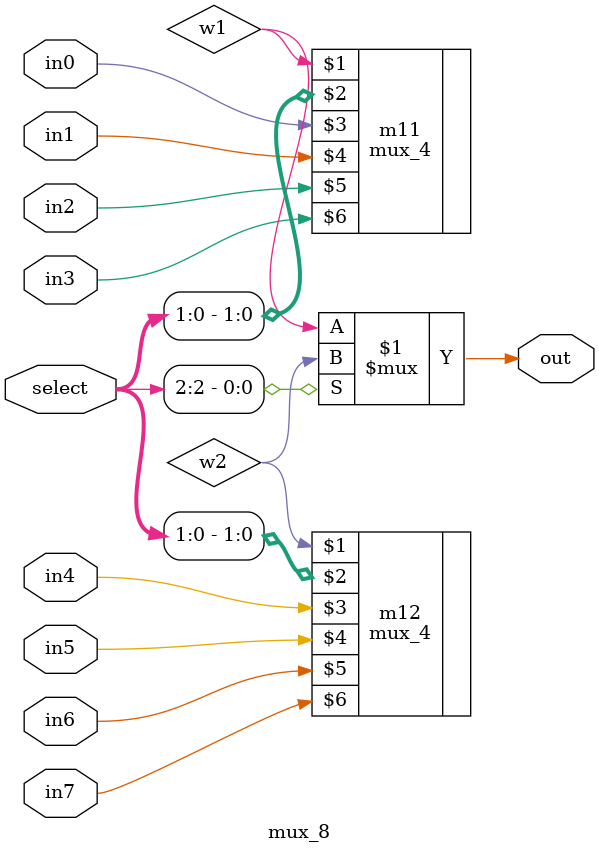
<source format=v>
module mux_8(out, select, in0, in1, in2, in3, in4, in5, in6, in7);
    input [2:0] select;
    input in0, in1, in2, in3, in4, in5, in6, in7;
    output out;
    wire w1, w2;

    mux_4 m11(w1, select[1:0], in0, in1, in2, in3);
    mux_4 m12(w2, select[1:0], in4, in5, in6, in7);
    assign out = select[2] ? w2 : w1;
endmodule
</source>
